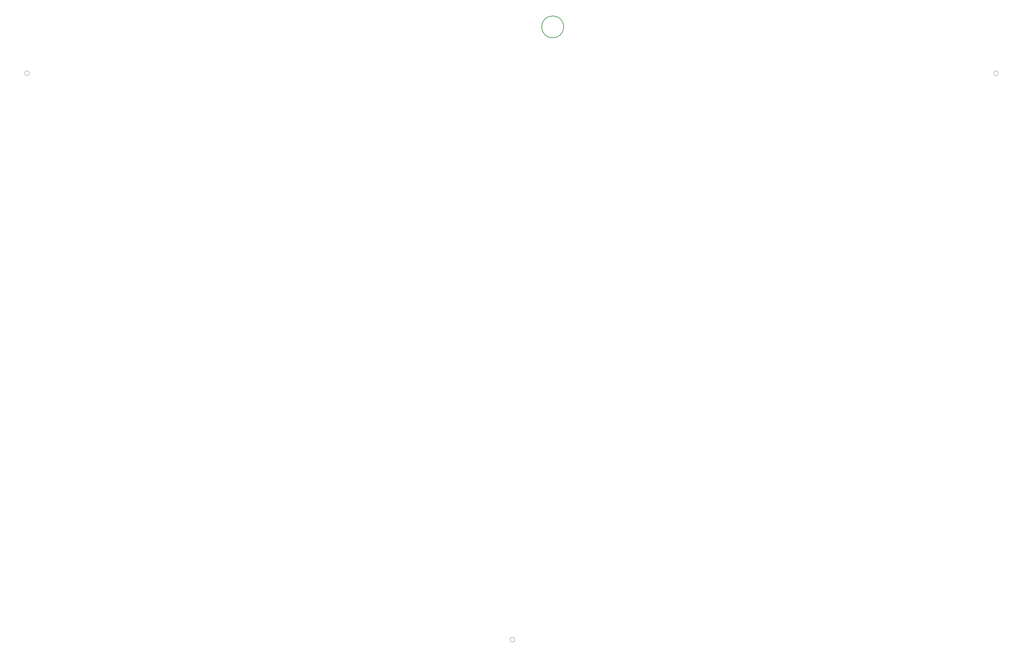
<source format=gbr>
%TF.GenerationSoftware,KiCad,Pcbnew,(7.0.0)*%
%TF.CreationDate,2023-04-02T15:15:40+01:00*%
%TF.ProjectId,Honeydew,486f6e65-7964-4657-972e-6b696361645f,rev?*%
%TF.SameCoordinates,Original*%
%TF.FileFunction,Other,Comment*%
%FSLAX46Y46*%
G04 Gerber Fmt 4.6, Leading zero omitted, Abs format (unit mm)*
G04 Created by KiCad (PCBNEW (7.0.0)) date 2023-04-02 15:15:40*
%MOMM*%
%LPD*%
G01*
G04 APERTURE LIST*
%ADD10C,0.100000*%
%ADD11C,0.150000*%
G04 APERTURE END LIST*
D10*
%TO.C,H3*%
X49021259Y-32949043D02*
G75*
G03*
X49021259Y-32949043I-650000J0D01*
G01*
%TO.C,H2*%
X301776733Y-32950293D02*
G75*
G03*
X301776733Y-32950293I-650000J0D01*
G01*
%TO.C,H1*%
X175649997Y-180749999D02*
G75*
G03*
X175649997Y-180749999I-650000J0D01*
G01*
D11*
%TO.C,H4*%
X188350000Y-20846789D02*
G75*
G03*
X188350000Y-20846789I-2850000J0D01*
G01*
%TD*%
M02*

</source>
